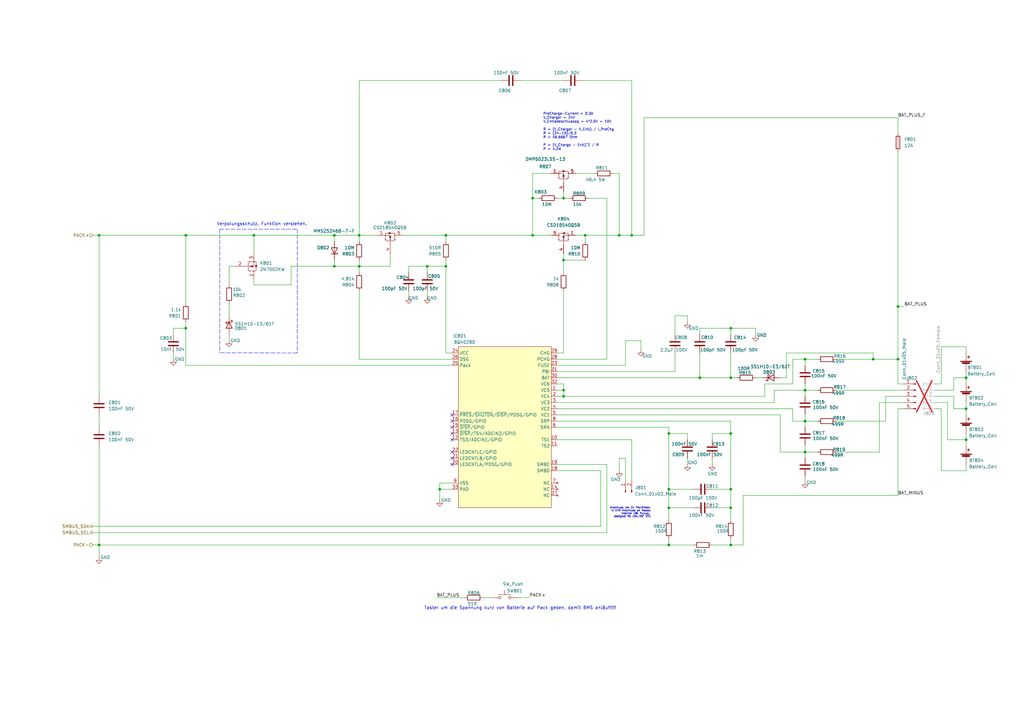
<source format=kicad_sch>
(kicad_sch (version 20250114) (generator "eeschema") (generator_version "9.0")
  (paper "A3")
  (title_block (date "2022-01-24"))
  (lib_symbols
    (symbol "Connector:Conn_01x02_Male" (pin_names (offset 1.016) (hide yes))
      (property "Reference" "J" (at 0 2.54 0))
      (property "Value" "Conn_01x02_Male" (at 0 -5.08 0))
      (symbol "Conn_01x02_Male_1_1"
        (rectangle (start 0.8636 0.127) (end 0 -0.127) (stroke (width 0.1524)) (fill (type outline)))
        (rectangle (start 0.8636 -2.413) (end 0 -2.667) (stroke (width 0.1524)) (fill (type outline)))
        (polyline (pts (xy 1.27 0) (xy 0.8636 0)) (stroke (width 0.1524)))
        (polyline (pts (xy 1.27 -2.54) (xy 0.8636 -2.54)) (stroke (width 0.1524)))
        (pin passive line (at 5.08 0 180) (length 3.81) (name "Pin_1") (number "1"))
        (pin passive line (at 5.08 -2.54 180) (length 3.81) (name "Pin_2") (number "2"))
      )
    )
    (symbol "Connector:Conn_01x05_Female" (pin_names (offset 1.016) (hide yes))
      (property "Reference" "J" (at 0 7.62 0))
      (property "Value" "Conn_01x05_Female" (at 0 -7.62 0))
      (symbol "Conn_01x05_Female_1_1"
        (polyline (pts (xy -1.27 5.08) (xy -0.508 5.08)) (stroke (width 0.1524)))
        (polyline (pts (xy -1.27 2.54) (xy -0.508 2.54)) (stroke (width 0.1524)))
        (polyline (pts (xy -1.27 0) (xy -0.508 0)) (stroke (width 0.1524)))
        (polyline (pts (xy -1.27 -2.54) (xy -0.508 -2.54)) (stroke (width 0.1524)))
        (polyline (pts (xy -1.27 -5.08) (xy -0.508 -5.08)) (stroke (width 0.1524)))
        (arc (start 0 4.572) (mid -0.5058 5.08) (end 0 5.588) (stroke (width 0.1524)))
        (arc (start 0 2.032) (mid -0.5058 2.54) (end 0 3.048) (stroke (width 0.1524)))
        (arc (start 0 -0.508) (mid -0.5058 0) (end 0 0.508) (stroke (width 0.1524)))
        (arc (start 0 -3.048) (mid -0.5058 -2.54) (end 0 -2.032) (stroke (width 0.1524)))
        (arc (start 0 -5.588) (mid -0.5058 -5.08) (end 0 -4.572) (stroke (width 0.1524)))
        (pin passive line (at -5.08 5.08 0) (length 3.81) (name "Pin_1") (number "1"))
        (pin passive line (at -5.08 2.54 0) (length 3.81) (name "Pin_2") (number "2"))
        (pin passive line (at -5.08 0 0) (length 3.81) (name "Pin_3") (number "3"))
        (pin passive line (at -5.08 -2.54 0) (length 3.81) (name "Pin_4") (number "4"))
        (pin passive line (at -5.08 -5.08 0) (length 3.81) (name "Pin_5") (number "5"))
      )
    )
    (symbol "Connector:Conn_01x05_Male" (pin_names (offset 1.016) (hide yes))
      (property "Reference" "J" (at 0 7.62 0))
      (property "Value" "Conn_01x05_Male" (at 0 -7.62 0))
      (symbol "Conn_01x05_Male_1_1"
        (rectangle (start 0.8636 5.207) (end 0 4.953) (stroke (width 0.1524)) (fill (type outline)))
        (rectangle (start 0.8636 2.667) (end 0 2.413) (stroke (width 0.1524)) (fill (type outline)))
        (rectangle (start 0.8636 0.127) (end 0 -0.127) (stroke (width 0.1524)) (fill (type outline)))
        (rectangle (start 0.8636 -2.413) (end 0 -2.667) (stroke (width 0.1524)) (fill (type outline)))
        (rectangle (start 0.8636 -4.953) (end 0 -5.207) (stroke (width 0.1524)) (fill (type outline)))
        (polyline (pts (xy 1.27 5.08) (xy 0.8636 5.08)) (stroke (width 0.1524)))
        (polyline (pts (xy 1.27 2.54) (xy 0.8636 2.54)) (stroke (width 0.1524)))
        (polyline (pts (xy 1.27 0) (xy 0.8636 0)) (stroke (width 0.1524)))
        (polyline (pts (xy 1.27 -2.54) (xy 0.8636 -2.54)) (stroke (width 0.1524)))
        (polyline (pts (xy 1.27 -5.08) (xy 0.8636 -5.08)) (stroke (width 0.1524)))
        (pin passive line (at 5.08 5.08 180) (length 3.81) (name "Pin_1") (number "1"))
        (pin passive line (at 5.08 2.54 180) (length 3.81) (name "Pin_2") (number "2"))
        (pin passive line (at 5.08 0 180) (length 3.81) (name "Pin_3") (number "3"))
        (pin passive line (at 5.08 -2.54 180) (length 3.81) (name "Pin_4") (number "4"))
        (pin passive line (at 5.08 -5.08 180) (length 3.81) (name "Pin_5") (number "5"))
      )
    )
    (symbol "Device:Battery_Cell" (pin_numbers (hide yes)) (pin_names (offset 0) (hide yes))
      (property "Reference" "BT" (at 2.54 2.54 0))
      (property "Value" "Battery_Cell" (at 2.54 0 0))
      (symbol "Battery_Cell_0_1"
        (rectangle (start -2.286 1.778) (end 2.286 1.524) (fill (type outline)))
        (rectangle (start -1.5748 1.1938) (end 1.4732 0.6858) (fill (type outline)))
        (polyline (pts (xy 0 1.778) (xy 0 2.54)))
        (polyline (pts (xy 0 0.762) (xy 0 0)))
        (polyline (pts (xy 0.508 3.429) (xy 1.524 3.429)) (stroke (width 0.254)))
        (polyline (pts (xy 1.016 3.937) (xy 1.016 2.921)) (stroke (width 0.254)))
      )
      (symbol "Battery_Cell_1_1"
        (pin passive line (at 0 5.08 270) (length 2.54) (name "+") (number "1"))
        (pin passive line (at 0 -2.54 90) (length 2.54) (name "-") (number "2"))
      )
    )
    (symbol "Device:C" (pin_numbers (hide yes)) (pin_names (offset 0.254))
      (property "Reference" "C" (at 0.635 2.54 0))
      (property "Value" "C" (at 0.635 -2.54 0))
      (symbol "C_0_1"
        (polyline (pts (xy -2.032 0.762) (xy 2.032 0.762)) (stroke (width 0.508)))
        (polyline (pts (xy -2.032 -0.762) (xy 2.032 -0.762)) (stroke (width 0.508)))
      )
      (symbol "C_1_1"
        (pin passive line (at 0 3.81 270) (length 2.794) (name "~") (number "1"))
        (pin passive line (at 0 -3.81 90) (length 2.794) (name "~") (number "2"))
      )
    )
    (symbol "Device:D_Schottky" (pin_numbers (hide yes)) (pin_names (offset 1.016) (hide yes))
      (property "Reference" "D" (at 0 2.54 0))
      (property "Value" "D_Schottky" (at 0 -2.54 0))
      (symbol "D_Schottky_0_1"
        (polyline (pts (xy -1.905 0.635) (xy -1.905 1.27) (xy -1.27 1.27) (xy -1.27 -1.27) (xy -0.635 -1.27) (xy -0.635 -0.635)) (stroke (width 0.254)))
        (polyline (pts (xy 1.27 1.27) (xy 1.27 -1.27) (xy -1.27 0) (xy 1.27 1.27)) (stroke (width 0.254)))
        (polyline (pts (xy 1.27 0) (xy -1.27 0)))
      )
      (symbol "D_Schottky_1_1"
        (pin passive line (at -3.81 0 0) (length 2.54) (name "K") (number "1"))
        (pin passive line (at 3.81 0 180) (length 2.54) (name "A") (number "2"))
      )
    )
    (symbol "Device:D_Zener" (pin_numbers (hide yes)) (pin_names (offset 1.016) (hide yes))
      (property "Reference" "D" (at 0 2.54 0))
      (property "Value" "D_Zener" (at 0 -2.54 0))
      (symbol "D_Zener_0_1"
        (polyline (pts (xy -1.27 -1.27) (xy -1.27 1.27) (xy -0.762 1.27)) (stroke (width 0.254)))
        (polyline (pts (xy 1.27 0) (xy -1.27 0)))
        (polyline (pts (xy 1.27 -1.27) (xy 1.27 1.27) (xy -1.27 0) (xy 1.27 -1.27)) (stroke (width 0.254)))
      )
      (symbol "D_Zener_1_1"
        (pin passive line (at -3.81 0 0) (length 2.54) (name "K") (number "1"))
        (pin passive line (at 3.81 0 180) (length 2.54) (name "A") (number "2"))
      )
    )
    (symbol "Device:Fuse" (pin_numbers (hide yes)) (pin_names (offset 0))
      (property "Reference" "F" (at 2.032 0 90))
      (property "Value" "Fuse" (at -1.905 0 90))
      (symbol "Fuse_0_1"
        (rectangle (start -0.762 -2.54) (end 0.762 2.54) (stroke (width 0.254)))
        (polyline (pts (xy 0 2.54) (xy 0 -2.54)))
      )
      (symbol "Fuse_1_1"
        (pin passive line (at 0 3.81 270) (length 1.27) (name "~") (number "1"))
        (pin passive line (at 0 -3.81 90) (length 1.27) (name "~") (number "2"))
      )
    )
    (symbol "Device:R" (pin_numbers (hide yes)) (pin_names (offset 0))
      (property "Reference" "R" (at 2.032 0 90))
      (property "Value" "R" (at 0 0 90))
      (symbol "R_0_1"
        (rectangle (start -1.016 -2.54) (end 1.016 2.54) (stroke (width 0.254)))
      )
      (symbol "R_1_1"
        (pin passive line (at 0 3.81 270) (length 1.27) (name "~") (number "1"))
        (pin passive line (at 0 -3.81 90) (length 1.27) (name "~") (number "2"))
      )
    )
    (symbol "HER_Symbole:BQ40Z80"
      (property "Reference" "U?" (at -6.985 -7.62 0))
      (property "Value" "BQ40Z80" (at -6.985 -10.16 0))
      (symbol "BQ40Z80_0_1"
        (rectangle (start -12.7 -12.7) (end 25.4 -78.74) (fill (type background)))
        (rectangle (start 7.62 -25.4) (end 7.62 -25.4))
      )
      (symbol "BQ40Z80_1_1"
        (pin output line (at -15.24 -15.24 0) (length 2.54) (name "CHG") (number "29"))
        (pin output line (at -15.24 -17.78 0) (length 2.54) (name "PCHG") (number "28"))
        (pin output line (at -15.24 -20.32 0) (length 2.54) (name "FUSE") (number "23"))
        (pin power_in line (at -15.24 -22.86 0) (length 2.54) (name "PBI") (number "31"))
        (pin power_in line (at -15.24 -25.4 0) (length 2.54) (name "BAT") (number "30"))
        (pin input line (at -15.24 -27.94 0) (length 2.54) (name "VC6") (number "32"))
        (pin input line (at -15.24 -30.48 0) (length 2.54) (name "VC5") (number "1"))
        (pin input line (at -15.24 -33.02 0) (length 2.54) (name "VC4") (number "2"))
        (pin input line (at -15.24 -35.56 0) (length 2.54) (name "VC3") (number "3"))
        (pin input line (at -15.24 -38.1 0) (length 2.54) (name "VC2") (number "4"))
        (pin input line (at -15.24 -40.64 0) (length 2.54) (name "VC1") (number "5"))
        (pin input line (at -15.24 -43.18 0) (length 2.54) (name "SRP") (number "8"))
        (pin input line (at -15.24 -45.72 0) (length 2.54) (name "SRN") (number "6"))
        (pin bidirectional line (at -15.24 -50.8 0) (length 2.54) (name "TS1") (number "10"))
        (pin input line (at -15.24 -53.34 0) (length 2.54) (name "TS2") (number "11"))
        (pin bidirectional line (at -15.24 -60.96 0) (length 2.54) (name "SMBC") (number "19"))
        (pin bidirectional line (at -15.24 -63.5 0) (length 2.54) (name "SMBD") (number "18"))
        (pin no_connect line (at -15.24 -68.58 0) (length 2.54) (name "NC") (number "7"))
        (pin no_connect line (at -15.24 -71.12 0) (length 2.54) (name "NC") (number "14"))
        (pin no_connect line (at -15.24 -73.66 0) (length 2.54) (name "NC") (number "27"))
        (pin power_in line (at 27.94 -15.24 180) (length 2.54) (name "VCC") (number "24"))
        (pin output line (at 27.94 -17.78 180) (length 2.54) (name "DSG") (number "26"))
        (pin output line (at 27.94 -20.32 180) (length 2.54) (name "Pack") (number "25"))
        (pin bidirectional line (at 27.94 -40.64 180) (length 2.54) (name "~{PRES}/~{SHUTDN}/~{DISP}/PDSG/GPIO") (number "17"))
        (pin bidirectional line (at 27.94 -43.18 180) (length 2.54) (name "PDSG/GPIO") (number "16"))
        (pin bidirectional line (at 27.94 -45.72 180) (length 2.54) (name "~{DISP}/GPIO") (number "15"))
        (pin bidirectional line (at 27.94 -48.26 180) (length 2.54) (name "~{DISP}/TS4/ADCIN2/GPIO") (number "13"))
        (pin bidirectional line (at 27.94 -50.8 180) (length 2.54) (name "TS3/ADCIN1/GPIO") (number "12"))
        (pin output line (at 27.94 -55.88 180) (length 2.54) (name "LEDCNTLC/GPIO") (number "22"))
        (pin output line (at 27.94 -58.42 180) (length 2.54) (name "LEDCNTLB/GPIO") (number "21"))
        (pin output line (at 27.94 -60.96 180) (length 2.54) (name "LEDCNTLA/PDSG/GPIO") (number "20"))
        (pin power_in line (at 27.94 -68.58 180) (length 2.54) (name "VSS") (number "9"))
        (pin passive line (at 27.94 -71.12 180) (length 2.54) (name "PAD") (number "33"))
      )
    )
    (symbol "HER_Symbole:NMOS_FET"
      (property "Reference" "K" (at 5.461 2.159 0))
      (property "Value" "NMOS_FET" (at 8.255 5.334 0))
      (symbol "NMOS_FET_0_1"
        (polyline (pts (xy -3.81 0) (xy -2.286 0)))
        (polyline (pts (xy -2.286 -1.905) (xy -2.286 1.905)))
        (polyline (pts (xy -1.778 2.286) (xy -1.778 1.524)))
        (polyline (pts (xy -1.778 1.905) (xy 0 1.905)))
        (polyline (pts (xy -1.778 0.381) (xy -1.778 -0.381)))
        (polyline (pts (xy -1.778 0) (xy 0 0) (xy 0 2.032)))
        (polyline (pts (xy -1.778 -1.524) (xy -1.778 -2.286)))
        (polyline (pts (xy -1.778 -1.905) (xy 0.254 -1.905) (xy 0.889 -1.905) (xy 0.889 1.905) (xy 0.254 1.905) (xy 0 1.905)))
        (polyline (pts (xy -1.397 0) (xy -0.508 0.381) (xy -0.508 -0.381) (xy -1.397 0)) (fill (type outline)))
        (circle (center 0 1.905) (radius 0.127))
        (circle (center 0 -1.905) (radius 0.127))
        (polyline (pts (xy 0.508 -0.254) (xy 1.27 -0.254)))
        (polyline (pts (xy 0.889 -0.254) (xy 1.27 0.381) (xy 0.508 0.381) (xy 0.889 -0.254)) (fill (type outline)))
      )
      (symbol "NMOS_FET_1_1"
        (pin passive line (at -7.62 0 0) (length 3.81) (name "") (number "2"))
        (pin passive line (at 0 5.08 270) (length 3.048) (name "") (number "3"))
        (pin passive line (at 0 -5.08 90) (length 3.048) (name "") (number "1"))
      )
    )
    (symbol "HER_Symbole:NMOS_FET_8-Pin+EP"
      (property "Reference" "K" (at 0.127 4.318 0))
      (property "Value" "NMOS_FET_8-Pin+EP" (at -3.81 7.366 0))
      (symbol "NMOS_FET_8-Pin+EP_0_1"
        (polyline (pts (xy 3.81 0) (xy 5.334 0)))
        (polyline (pts (xy 5.334 -1.905) (xy 5.334 1.905)))
        (polyline (pts (xy 5.842 2.286) (xy 5.842 1.524)))
        (polyline (pts (xy 5.842 1.905) (xy 7.62 1.905)))
        (polyline (pts (xy 5.842 0.381) (xy 5.842 -0.381)))
        (polyline (pts (xy 5.842 0) (xy 7.62 0) (xy 7.62 2.032)))
        (polyline (pts (xy 5.842 -1.524) (xy 5.842 -2.286)))
        (polyline (pts (xy 5.842 -1.905) (xy 7.874 -1.905) (xy 8.509 -1.905) (xy 8.509 1.905) (xy 7.874 1.905) (xy 7.62 1.905)))
        (polyline (pts (xy 6.35 0) (xy 7.239 0.381) (xy 7.239 -0.381) (xy 6.35 0)) (fill (type outline)))
        (circle (center 7.62 1.905) (radius 0.127))
        (circle (center 7.62 -1.905) (radius 0.127))
        (polyline (pts (xy 8.128 -0.127) (xy 8.89 -0.127)))
        (polyline (pts (xy 8.509 -0.127) (xy 8.128 0.508) (xy 8.89 0.508) (xy 8.509 -0.127)) (fill (type outline)))
      )
      (symbol "NMOS_FET_8-Pin+EP_1_1"
        (pin passive line (at 0 0 0) (length 3.81) (name "") (number "4"))
        (pin passive line (at 7.62 5.08 270) (length 3.048) (name "") (number "1"))
        (pin passive line (at 7.62 5.08 270) (length 3.048) (hide yes) (name "") (number "2"))
        (pin passive line (at 7.62 5.08 270) (length 3.048) (hide yes) (name "") (number "3"))
        (pin passive line (at 7.62 -5.08 90) (length 3.048) (name "") (number "5"))
        (pin passive line (at 7.62 -5.08 90) (length 3.048) (hide yes) (name "") (number "6"))
        (pin passive line (at 7.62 -5.08 90) (length 3.048) (hide yes) (name "") (number "7"))
        (pin passive line (at 7.62 -5.08 90) (length 3.048) (hide yes) (name "") (number "8"))
        (pin passive line (at 7.62 -5.08 90) (length 3.048) (hide yes) (name "") (number "9"))
      )
    )
    (symbol "HER_Symbole:PMOS_FET_SOIC-8"
      (property "Reference" "K" (at 0.127 4.318 0))
      (property "Value" "PMOS_FET_SOIC-8" (at -3.81 7.366 0))
      (symbol "PMOS_FET_SOIC-8_0_1"
        (polyline (pts (xy 3.81 0) (xy 5.334 0)))
        (polyline (pts (xy 5.334 -1.905) (xy 5.334 1.905)))
        (polyline (pts (xy 5.842 2.286) (xy 5.842 1.524)))
        (polyline (pts (xy 5.842 1.905) (xy 7.62 1.905)))
        (polyline (pts (xy 5.842 0.381) (xy 5.842 -0.381)))
        (polyline (pts (xy 5.842 0) (xy 7.62 0) (xy 7.62 2.032)))
        (polyline (pts (xy 5.842 -1.524) (xy 5.842 -2.286)))
        (polyline (pts (xy 5.842 -1.905) (xy 7.874 -1.905) (xy 8.509 -1.905) (xy 8.509 1.905) (xy 7.874 1.905) (xy 7.62 1.905)))
        (polyline (pts (xy 7.239 0) (xy 6.35 -0.381) (xy 6.35 0.381) (xy 7.239 0)) (fill (type outline)))
        (circle (center 7.62 1.905) (radius 0.127))
        (circle (center 7.62 -1.905) (radius 0.127))
        (polyline (pts (xy 8.128 0.381) (xy 8.89 0.381)))
        (polyline (pts (xy 8.509 0.381) (xy 8.128 -0.254) (xy 8.89 -0.254) (xy 8.509 0.381)) (fill (type outline)))
      )
      (symbol "PMOS_FET_SOIC-8_1_1"
        (pin passive line (at 0 0 0) (length 3.81) (name "") (number "4"))
        (pin passive line (at 7.62 5.08 270) (length 3.048) (name "") (number "1"))
        (pin passive line (at 7.62 5.08 270) (length 3.048) (hide yes) (name "") (number "2"))
        (pin passive line (at 7.62 5.08 270) (length 3.048) (hide yes) (name "") (number "3"))
        (pin passive line (at 7.62 -5.08 90) (length 3.048) (name "") (number "5"))
        (pin passive line (at 7.62 -5.08 90) (length 3.048) (hide yes) (name "") (number "6"))
        (pin passive line (at 7.62 -5.08 90) (length 3.048) (hide yes) (name "") (number "7"))
        (pin passive line (at 7.62 -5.08 90) (length 3.048) (hide yes) (name "") (number "8"))
      )
    )
    (symbol "Switch:SW_Push" (pin_numbers (hide yes)) (pin_names (offset 1.016) (hide yes))
      (property "Reference" "SW" (at 1.27 2.54 0))
      (property "Value" "SW_Push" (at 0 -1.524 0))
      (symbol "SW_Push_0_1"
        (circle (center -2.032 0) (radius 0.508))
        (polyline (pts (xy 0 1.27) (xy 0 3.048)))
        (circle (center 2.032 0) (radius 0.508))
        (polyline (pts (xy 2.54 1.27) (xy -2.54 1.27)))
        (pin passive line (at -5.08 0 0) (length 2.54) (name "1") (number "1"))
        (pin passive line (at 5.08 0 180) (length 2.54) (name "2") (number "2"))
      )
    )
    (symbol "power:GND" (power) (pin_names (offset 0))
      (property "Value" "GND" (at 0 -3.81 0))
      (symbol "GND_0_1"
        (polyline (pts (xy 0 0) (xy 0 -1.27) (xy 1.27 -1.27) (xy 0 -2.54) (xy -1.27 -1.27) (xy 0 -1.27)))
      )
      (symbol "GND_1_1"
        (pin power_in line (at 0 0 270) (length 0) (hide yes) (name "GND") (number "1"))
      )
    )
  )
  (text "PreCharge-Current = 0,3A\nV_Charger = 24V\nV_Entladeschlusspg = 4*2,5V = 10V\n\nR = (V_Charger - V_Entl) / I_PreChg\nR = (24-10)/0,3\nR = 46,6667 Ohm\n\nP = (V_Charge - Entl)^2 / R\nP = 4,2W" (at 222.758 61.849 0) (effects (font (size 1 1)) (justify left bottom)))
  (text "Verpolungsschutz. Funktion verstehen." (at 88.9 92.71 0) (effects (font (size 1.27 1.27)) (justify left bottom)))
  (text "Anschluss von 2x Thermistor.\nIn EVM Anschluss an Masse.\nInterner 18k Pullup. \nGeeignet für 10k/25° NTC" (at 267.0175 212.4075 0) (effects (font (size 0.75 0.75)) (justify right bottom)))
  (text "Taster um die Spannung kurz von Batterie auf Pack geben, damit BMS anläuft!!!" (at 173.99 250.19 0) (effects (font (size 1.27 1.27)) (justify left bottom)))
  (junction (at 231.14 81.28))
  (junction (at 274.32 208.28))
  (junction (at 330.2 185.42))
  (junction (at 104.14 96.52))
  (junction (at 299.72 154.94))
  (junction (at 240.03 96.52))
  (junction (at 396.24 167.64))
  (junction (at 76.2 134.62))
  (junction (at 274.32 223.52))
  (junction (at 182.88 109.22))
  (junction (at 254 96.52))
  (junction (at 358.14 147.32))
  (junction (at 299.72 208.28))
  (junction (at 40.64 223.52))
  (junction (at 175.26 109.22))
  (junction (at 76.2 96.52))
  (junction (at 330.2 147.32))
  (junction (at 218.44 96.52))
  (junction (at 368.3 125.73))
  (junction (at 147.32 109.22))
  (junction (at 396.24 154.94))
  (junction (at 40.64 96.52))
  (junction (at 231.14 162.56))
  (junction (at 287.02 154.94))
  (junction (at 147.32 96.52))
  (junction (at 137.16 109.22))
  (junction (at 299.72 200.66))
  (junction (at 330.2 160.02))
  (junction (at 299.72 223.52))
  (junction (at 274.32 177.8))
  (junction (at 259.08 96.52))
  (junction (at 137.16 96.52))
  (junction (at 299.72 177.8))
  (junction (at 330.2 172.72))
  (junction (at 218.44 81.28))
  (junction (at 180.34 200.66))
  (junction (at 231.14 160.02))
  (junction (at 274.32 200.66))
  (junction (at 368.3 147.32))
  (junction (at 182.88 96.52))
  (junction (at 299.72 134.62))
  (junction (at 396.24 180.34))
  (junction (at 231.14 106.68))
  (no_connect (at 185.42 170.18))
  (no_connect (at 185.42 180.34))
  (no_connect (at 185.42 177.8))
  (no_connect (at 185.42 175.26))
  (no_connect (at 185.42 172.72))
  (no_connect (at 185.42 190.5))
  (no_connect (at 185.42 187.96))
  (no_connect (at 185.42 185.42))
  (wire (pts (xy 335.28 172.72) (xy 330.2 172.72)))
  (wire (pts (xy 330.2 160.02) (xy 330.2 162.306)))
  (wire (pts (xy 231.14 157.48) (xy 231.14 160.02)))
  (wire (pts (xy 40.64 170.18) (xy 40.64 175.26)))
  (wire (pts (xy 335.28 160.02) (xy 330.2 160.02)))
  (wire (pts (xy 119.38 109.22) (xy 137.16 109.22)))
  (wire (pts (xy 147.32 147.32) (xy 185.42 147.32)))
  (wire (pts (xy 104.14 96.52) (xy 137.16 96.52)))
  (wire (pts (xy 287.02 134.62) (xy 287.02 137.16)))
  (wire (pts (xy 299.72 220.98) (xy 299.72 223.52)))
  (wire (pts (xy 383.54 160.02) (xy 391.16 160.02)))
  (wire (pts (xy 281.94 187.96) (xy 281.94 190.5)))
  (wire (pts (xy 274.32 208.28) (xy 274.32 200.66)))
  (wire (pts (xy 299.72 172.72) (xy 299.72 177.8)))
  (wire (pts (xy 368.3 48.26) (xy 368.3 54.61)))
  (wire (pts (xy 231.14 81.28) (xy 233.68 81.28)))
  (wire (pts (xy 396.24 144.78) (xy 396.24 142.24)))
  (wire (pts (xy 370.586 162.56) (xy 363.22 162.56)))
  (wire (pts (xy 93.98 137.16) (xy 93.98 139.7)))
  (wire (pts (xy 231.14 119.38) (xy 231.14 144.78)))
  (wire (pts (xy 218.44 71.12) (xy 218.44 81.28)))
  (wire (pts (xy 185.42 144.78) (xy 182.88 144.78)))
  (wire (pts (xy 256.54 187.96) (xy 254 187.96)))
  (wire (pts (xy 240.03 96.52) (xy 240.03 99.06)))
  (polyline (pts (xy 90.17 93.98) (xy 121.92 93.98)) (stroke (width 0) (type dash)))
  (wire (pts (xy 96.52 109.22) (xy 93.98 109.22)))
  (wire (pts (xy 330.2 160.02) (xy 317.5 160.02)))
  (wire (pts (xy 368.3 125.73) (xy 368.3 147.32)))
  (wire (pts (xy 179.07 245.11) (xy 190.5 245.11)))
  (wire (pts (xy 386.08 193.04) (xy 396.24 193.04)))
  (wire (pts (xy 231.14 162.56) (xy 313.69 162.56)))
  (wire (pts (xy 119.38 116.84) (xy 119.38 109.22)))
  (wire (pts (xy 93.98 109.22) (xy 93.98 116.84)))
  (wire (pts (xy 218.44 96.52) (xy 226.06 96.52)))
  (wire (pts (xy 370.586 167.64) (xy 368.3 167.64)))
  (wire (pts (xy 284.48 208.28) (xy 274.32 208.28)))
  (wire (pts (xy 212.09 245.11) (xy 217.17 245.11)))
  (wire (pts (xy 330.2 169.926) (xy 330.2 172.72)))
  (wire (pts (xy 254 187.96) (xy 254 193.04)))
  (wire (pts (xy 309.88 134.62) (xy 309.88 137.4775)))
  (wire (pts (xy 231.14 104.14) (xy 231.14 106.68)))
  (wire (pts (xy 180.34 200.66) (xy 185.42 200.66)))
  (wire (pts (xy 304.8 223.52) (xy 304.8 203.2)))
  (wire (pts (xy 147.32 119.38) (xy 147.32 147.32)))
  (wire (pts (xy 368.3 62.23) (xy 368.3 125.73)))
  (polyline (pts (xy 121.92 119.126) (xy 121.92 144.78)) (stroke (width 0) (type dash)))
  (wire (pts (xy 322.58 144.78) (xy 322.58 154.94)))
  (wire (pts (xy 386.08 167.64) (xy 386.08 193.04)))
  (wire (pts (xy 342.9 147.32) (xy 358.14 147.32)))
  (wire (pts (xy 299.72 177.8) (xy 292.1 177.8)))
  (wire (pts (xy 370.84 125.73) (xy 368.3 125.73)))
  (wire (pts (xy 388.62 180.34) (xy 396.24 180.34)))
  (wire (pts (xy 71.12 134.62) (xy 71.12 137.16)))
  (wire (pts (xy 104.14 96.52) (xy 104.14 104.14)))
  (wire (pts (xy 299.72 208.28) (xy 292.1 208.28)))
  (wire (pts (xy 40.64 96.52) (xy 76.2 96.52)))
  (wire (pts (xy 325.12 147.32) (xy 325.12 157.48)))
  (wire (pts (xy 330.2 149.86) (xy 330.2 147.32)))
  (wire (pts (xy 330.2 195.326) (xy 330.2 197.612)))
  (wire (pts (xy 335.28 185.42) (xy 330.2 185.42)))
  (wire (pts (xy 228.6 81.28) (xy 231.14 81.28)))
  (wire (pts (xy 231.14 160.02) (xy 231.14 162.56)))
  (wire (pts (xy 256.54 139.7) (xy 262.89 139.7)))
  (wire (pts (xy 299.72 223.52) (xy 304.8 223.52)))
  (wire (pts (xy 330.2 182.626) (xy 330.2 185.42)))
  (wire (pts (xy 228.6 144.78) (xy 231.14 144.78)))
  (wire (pts (xy 160.02 109.22) (xy 160.02 104.14)))
  (wire (pts (xy 281.94 177.8) (xy 281.94 180.34)))
  (wire (pts (xy 299.72 144.78) (xy 299.72 154.94)))
  (wire (pts (xy 254 96.52) (xy 259.08 96.52)))
  (wire (pts (xy 342.9 160.02) (xy 370.586 160.02)))
  (wire (pts (xy 299.72 134.62) (xy 287.02 134.62)))
  (wire (pts (xy 254 71.12) (xy 254 96.52)))
  (wire (pts (xy 342.9 172.72) (xy 363.22 172.72)))
  (wire (pts (xy 228.6 172.72) (xy 299.72 172.72)))
  (wire (pts (xy 360.68 165.1) (xy 360.68 185.42)))
  (wire (pts (xy 147.32 96.52) (xy 147.32 33.02)))
  (wire (pts (xy 299.72 177.8) (xy 299.72 200.66)))
  (wire (pts (xy 137.16 96.52) (xy 147.32 96.52)))
  (wire (pts (xy 330.2 185.42) (xy 330.2 187.706)))
  (wire (pts (xy 147.32 96.52) (xy 147.32 99.06)))
  (wire (pts (xy 386.08 142.24) (xy 386.08 157.48)))
  (wire (pts (xy 325.12 167.64) (xy 325.12 172.72)))
  (wire (pts (xy 322.58 144.78) (xy 358.14 144.78)))
  (wire (pts (xy 358.14 147.32) (xy 358.14 144.78)))
  (wire (pts (xy 175.26 119.38) (xy 175.26 121.92)))
  (wire (pts (xy 383.54 162.56) (xy 391.16 162.56)))
  (wire (pts (xy 137.16 96.52) (xy 137.16 99.06)))
  (wire (pts (xy 330.2 185.42) (xy 320.04 185.42)))
  (wire (pts (xy 40.64 96.52) (xy 40.64 162.56)))
  (wire (pts (xy 299.72 134.62) (xy 309.88 134.62)))
  (wire (pts (xy 182.88 99.06) (xy 182.88 96.52)))
  (wire (pts (xy 228.6 152.4) (xy 276.86 152.4)))
  (wire (pts (xy 167.64 109.22) (xy 167.64 111.76)))
  (wire (pts (xy 240.03 96.52) (xy 254 96.52)))
  (wire (pts (xy 274.32 200.66) (xy 274.32 177.8)))
  (wire (pts (xy 391.16 154.94) (xy 396.24 154.94)))
  (wire (pts (xy 284.48 223.52) (xy 274.32 223.52)))
  (wire (pts (xy 76.2 96.52) (xy 104.14 96.52)))
  (wire (pts (xy 228.6 154.94) (xy 287.02 154.94)))
  (wire (pts (xy 396.24 180.34) (xy 396.24 182.88)))
  (wire (pts (xy 104.14 116.84) (xy 119.38 116.84)))
  (wire (pts (xy 299.72 200.66) (xy 299.72 208.28)))
  (wire (pts (xy 226.06 71.12) (xy 218.44 71.12)))
  (wire (pts (xy 396.24 154.94) (xy 396.24 157.226)))
  (polyline (pts (xy 121.92 119.38) (xy 121.92 119.126)) (stroke (width 0) (type dash)))
  (wire (pts (xy 383.54 157.48) (xy 386.08 157.48)))
  (wire (pts (xy 256.54 187.96) (xy 256.54 196.85)))
  (wire (pts (xy 147.32 96.52) (xy 154.94 96.52)))
  (wire (pts (xy 185.42 149.86) (xy 76.2 149.86)))
  (wire (pts (xy 228.6 162.56) (xy 231.14 162.56)))
  (wire (pts (xy 40.64 223.52) (xy 274.32 223.52)))
  (wire (pts (xy 38.1 223.4565) (xy 40.64 223.52)))
  (wire (pts (xy 368.3 147.32) (xy 368.3 157.48)))
  (wire (pts (xy 396.24 142.24) (xy 386.08 142.24)))
  (wire (pts (xy 330.2 147.32) (xy 325.12 147.32)))
  (wire (pts (xy 38.1 215.9) (xy 246.38 215.9)))
  (wire (pts (xy 228.6 167.64) (xy 325.12 167.64)))
  (wire (pts (xy 320.04 154.94) (xy 322.58 154.94)))
  (wire (pts (xy 246.38 193.04) (xy 228.6 193.04)))
  (wire (pts (xy 274.32 177.8) (xy 281.94 177.8)))
  (wire (pts (xy 330.2 157.48) (xy 330.2 160.02)))
  (wire (pts (xy 236.22 71.12) (xy 243.84 71.12)))
  (wire (pts (xy 147.32 33.02) (xy 205.74 33.02)))
  (wire (pts (xy 309.88 154.94) (xy 312.42 154.94)))
  (wire (pts (xy 388.62 165.1) (xy 388.62 180.34)))
  (wire (pts (xy 147.32 106.68) (xy 147.32 109.22)))
  (wire (pts (xy 396.24 164.846) (xy 396.24 167.64)))
  (wire (pts (xy 383.54 167.64) (xy 386.08 167.64)))
  (wire (pts (xy 248.92 81.28) (xy 248.92 147.32)))
  (wire (pts (xy 76.2 124.46) (xy 76.2 96.52)))
  (wire (pts (xy 76.2 132.08) (xy 76.2 134.62)))
  (wire (pts (xy 274.32 175.26) (xy 274.32 177.8)))
  (wire (pts (xy 236.22 96.52) (xy 240.03 96.52)))
  (wire (pts (xy 104.14 114.3) (xy 104.14 116.84)))
  (wire (pts (xy 396.24 167.64) (xy 396.24 170.18)))
  (wire (pts (xy 292.1 187.96) (xy 292.1 190.5)))
  (wire (pts (xy 76.2 134.62) (xy 76.2 149.86)))
  (wire (pts (xy 360.68 165.1) (xy 370.586 165.1)))
  (wire (pts (xy 383.54 165.1) (xy 388.62 165.1)))
  (wire (pts (xy 167.64 119.38) (xy 167.64 121.92)))
  (wire (pts (xy 231.14 78.74) (xy 231.14 81.28)))
  (wire (pts (xy 165.1 96.52) (xy 182.88 96.52)))
  (wire (pts (xy 93.98 124.46) (xy 93.98 129.54)))
  (wire (pts (xy 38.1 218.44) (xy 248.92 218.44)))
  (wire (pts (xy 259.08 96.52) (xy 264.16 96.52)))
  (polyline (pts (xy 121.92 144.78) (xy 90.17 144.7165)) (stroke (width 0) (type dash)))
  (wire (pts (xy 274.32 208.28) (xy 274.32 213.36)))
  (wire (pts (xy 368.3 157.48) (xy 370.586 157.48)))
  (wire (pts (xy 396.24 177.8) (xy 396.24 180.34)))
  (wire (pts (xy 302.26 154.94) (xy 299.72 154.94)))
  (wire (pts (xy 313.69 157.48) (xy 325.12 157.48)))
  (wire (pts (xy 213.36 33.02) (xy 231.14 33.02)))
  (wire (pts (xy 38.1 96.52) (xy 40.64 96.52)))
  (wire (pts (xy 325.12 172.72) (xy 330.2 172.72)))
  (wire (pts (xy 182.88 106.68) (xy 182.88 109.22)))
  (wire (pts (xy 228.6 157.48) (xy 231.14 157.48)))
  (wire (pts (xy 276.86 129.54) (xy 276.86 137.16)))
  (wire (pts (xy 330.2 172.72) (xy 330.2 175.006)))
  (wire (pts (xy 274.32 200.66) (xy 284.48 200.66)))
  (wire (pts (xy 71.12 134.62) (xy 76.2 134.62)))
  (wire (pts (xy 262.89 139.7) (xy 262.89 143.51)))
  (wire (pts (xy 368.3 167.64) (xy 368.3 203.2)))
  (wire (pts (xy 246.38 215.9) (xy 246.38 193.04)))
  (wire (pts (xy 335.28 147.32) (xy 330.2 147.32)))
  (wire (pts (xy 264.16 48.26) (xy 368.3 48.26)))
  (wire (pts (xy 228.6 160.02) (xy 231.14 160.02)))
  (wire (pts (xy 228.6 180.34) (xy 259.08 180.34)))
  (polyline (pts (xy 90.17 93.98) (xy 90.17 144.7165)) (stroke (width 0) (type dash)))
  (wire (pts (xy 287.02 154.94) (xy 299.72 154.94)))
  (wire (pts (xy 231.14 106.68) (xy 240.03 106.68)))
  (wire (pts (xy 317.5 165.1) (xy 317.5 160.02)))
  (wire (pts (xy 218.44 81.28) (xy 220.98 81.28)))
  (wire (pts (xy 256.54 149.86) (xy 256.54 139.7)))
  (wire (pts (xy 358.14 147.32) (xy 368.3 147.32)))
  (wire (pts (xy 276.86 129.54) (xy 281.94 129.54)))
  (wire (pts (xy 228.6 175.26) (xy 274.32 175.26)))
  (wire (pts (xy 228.6 170.18) (xy 320.04 170.18)))
  (wire (pts (xy 299.72 223.52) (xy 292.1 223.52)))
  (wire (pts (xy 175.26 109.22) (xy 182.88 109.22)))
  (wire (pts (xy 137.16 106.68) (xy 137.16 109.22)))
  (wire (pts (xy 198.12 245.11) (xy 201.93 245.11)))
  (wire (pts (xy 228.6 147.32) (xy 248.92 147.32)))
  (wire (pts (xy 391.16 167.64) (xy 396.24 167.64)))
  (wire (pts (xy 259.08 33.02) (xy 259.08 96.52)))
  (wire (pts (xy 137.16 109.22) (xy 147.32 109.22)))
  (wire (pts (xy 292.1 177.8) (xy 292.1 180.34)))
  (wire (pts (xy 182.88 96.52) (xy 218.44 96.52)))
  (wire (pts (xy 228.6 149.86) (xy 256.54 149.86)))
  (wire (pts (xy 182.88 109.22) (xy 182.88 144.78)))
  (wire (pts (xy 342.9 185.42) (xy 360.68 185.42)))
  (wire (pts (xy 363.22 162.56) (xy 363.22 172.72)))
  (wire (pts (xy 391.16 162.56) (xy 391.16 167.64)))
  (wire (pts (xy 175.26 109.22) (xy 175.26 111.76)))
  (wire (pts (xy 264.16 48.26) (xy 264.16 96.52)))
  (wire (pts (xy 147.32 109.22) (xy 147.32 111.76)))
  (wire (pts (xy 40.64 223.52) (xy 40.64 228.6)))
  (polyline (pts (xy 121.92 93.98) (xy 121.92 119.38)) (stroke (width 0) (type dash)))
  (wire (pts (xy 147.32 109.22) (xy 160.02 109.22)))
  (wire (pts (xy 228.6 190.5) (xy 248.92 190.5)))
  (wire (pts (xy 251.46 71.12) (xy 254 71.12)))
  (wire (pts (xy 299.72 208.28) (xy 299.72 213.36)))
  (wire (pts (xy 276.86 144.78) (xy 276.86 152.4)))
  (wire (pts (xy 299.72 134.62) (xy 299.72 137.16)))
  (wire (pts (xy 292.1 200.66) (xy 299.72 200.66)))
  (wire (pts (xy 238.76 33.02) (xy 259.08 33.02)))
  (wire (pts (xy 71.12 144.78) (xy 71.12 147.32)))
  (wire (pts (xy 231.14 106.68) (xy 231.14 111.76)))
  (wire (pts (xy 241.3 81.28) (xy 248.92 81.28)))
  (wire (pts (xy 391.16 160.02) (xy 391.16 154.94)))
  (wire (pts (xy 180.34 200.66) (xy 180.34 205.105)))
  (wire (pts (xy 218.44 81.28) (xy 218.44 96.52)))
  (wire (pts (xy 259.08 180.34) (xy 259.08 196.85)))
  (wire (pts (xy 167.64 109.22) (xy 175.26 109.22)))
  (wire (pts (xy 287.02 144.78) (xy 287.02 154.94)))
  (wire (pts (xy 304.8 203.2) (xy 368.3 203.2)))
  (wire (pts (xy 320.04 185.42) (xy 320.04 170.18)))
  (wire (pts (xy 313.69 162.56) (xy 313.69 157.48)))
  (wire (pts (xy 274.32 223.52) (xy 274.32 220.98)))
  (wire (pts (xy 185.42 198.12) (xy 180.34 198.12)))
  (wire (pts (xy 396.24 193.04) (xy 396.24 190.5)))
  (wire (pts (xy 180.34 198.12) (xy 180.34 200.66)))
  (wire (pts (xy 228.6 165.1) (xy 317.5 165.1)))
  (wire (pts (xy 281.94 129.54) (xy 281.94 132.08)))
  (wire (pts (xy 248.92 190.5) (xy 248.92 218.44)))
  (wire (pts (xy 40.64 182.88) (xy 40.64 223.52)))
  (wire (pts (xy 396.24 152.4) (xy 396.24 154.94)))
  (label "BAT_PLUS" (at 370.84 125.73 0))
  (label "BAT_MINUS" (at 368.3 203.2 0))
  (label "PACK+" (at 217.17 245.11 0))
  (label "BAT_PLUS_F" (at 368.3 48.26 0))
  (label "BAT_PLUS" (at 179.07 245.11 0))
  (hierarchical_label "PACK+" (shape input) (at 38.1 96.52 180))
  (hierarchical_label "SMBUS_SDA" (shape bidirectional) (at 38.1 215.9 180))
  (hierarchical_label "PACK-" (shape input) (at 38.1 223.4565 180))
  (hierarchical_label "SMBUS_SCL" (shape bidirectional) (at 38.1 218.44 180))
  (symbol (lib_id "power:GND") (at 281.94 132.08 0) (unit 1)
    (property "Reference" "#PWR0808" (effects (hide yes)))
    (property "Value" "GND" (at 284.48 134.62 0))
  )
  (symbol (lib_id "Device:C") (at 330.2 191.516 0) (mirror y) (unit 1)
    (property "Reference" "C818" (at 338.328 190.246 0) (effects (justify left)))
    (property "Value" "100nF 50V" (at 343.916 192.532 0) (effects (justify left)))
    (property "Footprint" "Capacitor_SMD:C_0603_1608Metric" (effects (hide yes)))
    (property "eurocircuits_MPN" "885012206095" (effects (hide yes)))
  )
  (symbol (lib_id "Device:R") (at 147.32 102.87 180) (unit 1)
    (property "Reference" "R803" (at 145.415 104.1401 0) (effects (justify left)))
    (property "Value" "10M" (at 145.415 101.6001 0) (effects (justify left)))
    (property "Footprint" "Resistor_SMD:R_0603_1608Metric" (effects (hide yes)))
    (property "eurocircuits_MPN" "RC0603FR-0710ML" (effects (hide yes)))
  )
  (symbol (lib_id "Device:D_Zener") (at 137.16 102.87 270) (mirror x) (unit 1)
    (property "Reference" "D802" (at 135.128 101.5999 90) (effects (justify right)))
    (property "Value" "MMSZ5246B-7-F" (at 145.542 94.742 90) (effects (justify right)))
    (property "Footprint" "Diode_SMD:D_SOD-123" (effects (hide yes)))
    (property "eurocircuits_MPN" "MMSZ5246B-7-F" (effects (hide yes)))
  )
  (symbol (lib_id "HER_Symbole:BQ40Z80") (at 213.36 129.54 0) (mirror y) (unit 1)
    (property "Reference" "IC801" (at 188.468 137.795 0))
    (property "Value" "BQ40Z80" (at 190.5 140.335 0))
    (property "Footprint" "Texas:RSM32 VQFN-32-1EP_4x4mm_P0.4mm_EP1.4x1.4mm_ThermalVias" (effects (hide yes)))
    (property "eurocircuits_MPN" "BQ40Z80RSMT" (effects (hide yes)))
  )
  (symbol (lib_id "power:GND") (at 292.1 190.5 0) (mirror y) (unit 1)
    (property "Reference" "#PWR0810" (effects (hide yes)))
    (property "Value" "GND" (at 292.227 194.31 0))
  )
  (symbol (lib_id "Device:R") (at 224.79 81.28 270) (unit 1)
    (property "Reference" "R807" (at 221.107 68.326 90) (effects (justify left)))
    (property "Value" "10M" (at 222.25 83.82 90) (effects (justify left)))
    (property "Footprint" "Resistor_SMD:R_0603_1608Metric" (effects (hide yes)))
    (property "eurocircuits_MPN" "RC0603FR-0710ML" (effects (hide yes)))
  )
  (symbol (lib_id "Device:C") (at 276.86 140.97 0) (mirror x) (unit 1)
    (property "Reference" "C808" (at 279.4 138.43 0))
    (property "Value" "2,2µF 100V" (at 276.352 143.51 0))
    (property "Footprint" "Capacitor_SMD:C_1812_4532Metric" (effects (hide yes)))
    (property "eurocircuits_MPN" "C1812C225K1RACTU" (effects (hide yes)))
  )
  (symbol (lib_id "Connector:Conn_01x02_Male") (at 256.54 201.93 90) (unit 1)
    (property "Reference" "J801" (at 260.35 200.0249 90) (effects (justify right)))
    (property "Value" "Conn_01x02_Male" (at 260.35 202.5649 90) (effects (justify right)))
    (property "Footprint" "Connector_Molex:Molex_PicoBlade_53047-0210_1x02_P1.25mm_Vertical" (effects (hide yes)))
    (property "eurocircuits_MPN" "53047-0210" (effects (hide yes)))
  )
  (symbol (lib_id "Device:C") (at 330.2 153.67 0) (mirror y) (unit 1)
    (property "Reference" "C815" (at 338.328 152.146 0) (effects (justify left)))
    (property "Value" "100nF 50V" (at 343.154 154.178 0) (effects (justify left)))
    (property "Footprint" "Capacitor_SMD:C_0603_1608Metric" (effects (hide yes)))
    (property "eurocircuits_MPN" "885012206095" (effects (hide yes)))
  )
  (symbol (lib_id "power:GND") (at 93.98 139.7 0) (mirror y) (unit 1)
    (property "Reference" "#PWR0803" (effects (hide yes)))
    (property "Value" "GND" (at 96.52 139.7 0))
  )
  (symbol (lib_id "Device:Battery_Cell") (at 396.24 149.86 0) (unit 1)
    (property "Reference" "BT801" (at 396.748 150.749 0) (effects (justify left)))
    (property "Value" "Battery_Cell" (at 396.748 153.289 0) (effects (justify left)))
  )
  (symbol (lib_id "Device:C") (at 40.64 179.07 0) (unit 1)
    (property "Reference" "C802" (at 44.45 177.7999 0) (effects (justify left)))
    (property "Value" "100nF 50V" (at 44.45 180.3399 0) (effects (justify left)))
    (property "Footprint" "Capacitor_SMD:C_0603_1608Metric" (effects (hide yes)))
    (property "eurocircuits_MPN" "885012206095" (effects (hide yes)))
  )
  (symbol (lib_id "HER_Symbole:NMOS_FET_8-Pin+EP") (at 160.02 104.14 90) (unit 1)
    (property "Reference" "K802" (at 160.02 91.44 90))
    (property "Value" "CSD18540Q5B" (at 159.893 93.345 90))
    (property "Footprint" "HER_Footprints:TI Q5B-Package" (effects (hide yes)))
    (property "Datasheet" "http://www.ti.com/lit/gpn/csd18540q5b" (effects (hide yes)))
    (property "eurocircuits_MPN" "CSD18540Q5B" (effects (hide yes)))
  )
  (symbol (lib_id "Device:R") (at 194.31 245.11 270) (unit 1)
    (property "Reference" "R806" (at 191.77 243.205 90) (effects (justify left)))
    (property "Value" "51R" (at 191.77 247.65 90) (effects (justify left)))
    (property "Footprint" "Resistor_SMD:R_0603_1608Metric" (effects (hide yes)))
    (property "eurocircuits_MPN" "GPR060351R" (effects (hide yes)))
  )
  (symbol (lib_id "Device:R") (at 182.88 102.87 180) (unit 1)
    (property "Reference" "R805" (at 180.975 104.1401 0) (effects (justify left)))
    (property "Value" "510R" (at 180.975 101.6001 0) (effects (justify left)))
    (property "Footprint" "Resistor_SMD:R_0603_1608Metric" (effects (hide yes)))
    (property "eurocircuits_MPN" "RC0603FR-07510RL" (effects (hide yes)))
  )
  (symbol (lib_id "HER_Symbole:PMOS_FET_SOIC-8") (at 231.14 78.74 90) (unit 1)
    (property "Reference" "K803" (at 221.742 78.74 90))
    (property "Value" "DMP6023LSS-13" (at 223.647 65.278 90))
    (property "Footprint" "Package_SO:SOIC-8_3.9x4.9mm_P1.27mm" (effects (hide yes)))
    (property "Datasheet" "http://www.onsemi.com/pub/Collateral/FDS2734-D.pdf" (effects (hide yes)))
    (property "eurocircuits_MPN" "DMP6023LSS-13" (effects (hide yes)))
  )
  (symbol (lib_id "Device:R") (at 339.09 172.72 270) (mirror x) (unit 1)
    (property "Reference" "R818" (at 344.17 171.45 90))
    (property "Value" "499R" (at 343.662 173.99 90))
    (property "Footprint" "Resistor_SMD:R_0603_1608Metric" (effects (hide yes)))
    (property "eurocircuits_MPN" "ERJ3EKF4990V" (effects (hide yes)))
  )
  (symbol (lib_id "Device:C") (at 234.95 33.02 270) (unit 1)
    (property "Reference" "C807" (at 231.775 37.1475 90))
    (property "Value" "100nF 50V" (at 232.41 29.845 90))
    (property "Footprint" "Capacitor_SMD:C_0603_1608Metric" (effects (hide yes)))
    (property "eurocircuits_MPN" "885012206095" (effects (hide yes)))
  )
  (symbol (lib_id "Device:Fuse") (at 368.3 58.42 0) (unit 1)
    (property "Reference" "F801" (at 370.84 57.1499 0) (effects (justify left)))
    (property "Value" "12A" (at 370.84 59.6899 0) (effects (justify left)))
    (property "Footprint" "Fuse:Fuse_1206_3216Metric" (effects (hide yes)))
    (property "Datasheet" "https://www.mouser.de/datasheet/2/54/Bourns_01_26_2024_SF_1206S_R_Datasheet-3398014.pdf" (effects (hide yes)))
    (property "Bauteilname" "Bourns_SF-1206S1200R-2" (effects (hide yes)))
    (property "eurocircuits_MPN" "SF-1206S1200R-2" (effects (hide yes)))
  )
  (symbol (lib_id "power:GND") (at 175.26 121.92 0) (mirror y) (unit 1)
    (property "Reference" "#PWR0805" (effects (hide yes)))
    (property "Value" "GND" (at 177.165 122.2375 0))
  )
  (symbol (lib_id "Device:C") (at 167.64 115.57 0) (mirror x) (unit 1)
    (property "Reference" "C804" (at 165.1 113.792 0))
    (property "Value" "100pF 50V" (at 161.798 118.364 0))
    (property "Footprint" "Capacitor_SMD:C_0603_1608Metric" (effects (hide yes)))
    (property "eurocircuits_MPN" "885012006057" (effects (hide yes)))
  )
  (symbol (lib_id "Device:R") (at 93.98 120.65 180) (unit 1)
    (property "Reference" "R802" (at 100.584 121.158 0) (effects (justify left)))
    (property "Value" "10k" (at 99.06 118.745 0) (effects (justify left)))
    (property "Footprint" "Resistor_SMD:R_0603_1608Metric" (effects (hide yes)))
    (property "eurocircuits_MPN" "MCWR06X1002FTL" (effects (hide yes)))
  )
  (symbol (lib_id "Device:C") (at 292.1 184.15 0) (mirror x) (unit 1)
    (property "Reference" "C813" (at 292.1 182.118 0) (effects (justify left)))
    (property "Value" "100nF 50V" (at 285.75 186.436 0) (effects (justify left)))
    (property "Footprint" "Capacitor_SMD:C_0603_1608Metric" (effects (hide yes)))
    (property "eurocircuits_MPN" "885012206095" (effects (hide yes)))
  )
  (symbol (lib_id "Device:R") (at 247.65 71.12 90) (unit 1)
    (property "Reference" "R811" (at 249.428 68.834 90) (effects (justify left)))
    (property "Value" "46.4 5W" (at 248.285 73.66 90) (effects (justify left)))
    (property "Footprint" "Sonstiges:R_4527_11570Metric" (effects (hide yes)))
    (property "eurocircuits_MPN" "356047RJT" (effects (hide yes)))
  )
  (symbol (lib_id "Connector:Conn_01x05_Male") (at 375.666 162.56 0) (mirror y) (unit 1)
    (property "Reference" "J802" (at 373.888 155.067 0))
    (property "Value" "Conn_01x05_Male" (at 370.84 147.193 90))
    (property "Footprint" "Connector_Molex:Molex_Micro-Fit_3.0_43650-0515_1x05_P3.00mm_Vertical" (effects (hide yes)))
    (property "eurocircuits_MPN" "43650-0515" (effects (hide yes)))
  )
  (symbol (lib_id "Device:R") (at 240.03 102.87 180) (unit 1)
    (property "Reference" "R810" (at 238.125 104.1401 0) (effects (justify left)))
    (property "Value" "10M" (at 238.125 101.6001 0) (effects (justify left)))
    (property "Footprint" "Resistor_SMD:R_0603_1608Metric" (effects (hide yes)))
    (property "eurocircuits_MPN" "RC0603FR-0710ML" (effects (hide yes)))
  )
  (symbol (lib_id "HER_Symbole:NMOS_FET_8-Pin+EP") (at 231.14 104.14 270) (mirror x) (unit 1)
    (property "Reference" "K804" (at 231.14 89.789 90))
    (property "Value" "CSD18540Q5B" (at 231.14 92.329 90))
    (property "Footprint" "HER_Footprints:TI Q5B-Package" (effects (hide yes)))
    (property "Datasheet" "http://www.ti.com/lit/gpn/csd18540q5b" (effects (hide yes)))
    (property "eurocircuits_MPN" "CSD18540Q5B" (effects (hide yes)))
  )
  (symbol (lib_id "Device:C") (at 288.29 200.66 270) (mirror x) (unit 1)
    (property "Reference" "C811" (at 289.56 199.39 90) (effects (justify left)))
    (property "Value" "100pF 100V" (at 282.448 204.216 90) (effects (justify left)))
    (property "Footprint" "Capacitor_SMD:C_0603_1608Metric" (effects (hide yes)))
    (property "eurocircuits_MPN" "MCMT18N101F101CT" (effects (hide yes)))
  )
  (symbol (lib_id "power:GND") (at 71.12 147.32 0) (mirror y) (unit 1)
    (property "Reference" "#PWR0802" (effects (hide yes)))
    (property "Value" "GND" (at 73.66 147.32 0))
  )
  (symbol (lib_id "Device:R") (at 299.72 217.17 0) (mirror x) (unit 1)
    (property "Reference" "R814" (at 295.91 215.9 0))
    (property "Value" "100R" (at 296.545 217.805 0))
    (property "Footprint" "Resistor_SMD:R_0603_1608Metric" (effects (hide yes)))
    (property "eurocircuits_MPN" "MCWR06X1000FTL" (effects (hide yes)))
  )
  (symbol (lib_id "Device:C") (at 175.26 115.57 0) (mirror x) (unit 1)
    (property "Reference" "C805" (at 178.054 113.284 0))
    (property "Value" "100pF 50V" (at 174.498 118.364 0))
    (property "Footprint" "Capacitor_SMD:C_0603_1608Metric" (effects (hide yes)))
    (property "eurocircuits_MPN" "885012006057" (effects (hide yes)))
  )
  (symbol (lib_id "Device:R") (at 274.32 217.17 0) (mirror y) (unit 1)
    (property "Reference" "R812" (at 270.51 215.9 0))
    (property "Value" "100R" (at 271.145 217.805 0))
    (property "Footprint" "Resistor_SMD:R_0603_1608Metric" (effects (hide yes)))
    (property "eurocircuits_MPN" "MCWR06X1000FTL" (effects (hide yes)))
  )
  (symbol (lib_id "Device:R") (at 339.09 147.32 270) (mirror x) (unit 1)
    (property "Reference" "R816" (at 344.424 146.05 90))
    (property "Value" "499R" (at 343.916 148.336 90))
    (property "Footprint" "Resistor_SMD:R_0603_1608Metric" (effects (hide yes)))
    (property "eurocircuits_MPN" "ERJ3EKF4990V" (effects (hide yes)))
  )
  (symbol (lib_id "Device:Battery_Cell") (at 396.24 187.96 0) (unit 1)
    (property "Reference" "BT804" (at 397.383 188.849 0) (effects (justify left)))
    (property "Value" "Battery_Cell" (at 397.383 191.389 0) (effects (justify left)))
  )
  (symbol (lib_id "Device:C") (at 281.94 184.15 180) (unit 1)
    (property "Reference" "C809" (at 280.797 186.436 0) (effects (justify left)))
    (property "Value" "100nF 50V" (at 286.004 182.118 0) (effects (justify left)))
    (property "Footprint" "Capacitor_SMD:C_0603_1608Metric" (effects (hide yes)))
    (property "eurocircuits_MPN" "885012206095" (effects (hide yes)))
  )
  (symbol (lib_id "Device:R") (at 147.32 115.57 180) (unit 1)
    (property "Reference" "R804" (at 145.415 116.8401 0) (effects (justify left)))
    (property "Value" "4,81k" (at 145.415 114.3001 0) (effects (justify left)))
    (property "Footprint" "Resistor_SMD:R_0603_1608Metric" (effects (hide yes)))
    (property "eurocircuits_MPN" "CPF0603F4K87C1" (effects (hide yes)))
  )
  (symbol (lib_id "Connector:Conn_01x05_Female") (at 378.46 162.56 0) (mirror y) (unit 1) (dnp yes)
    (property "Reference" "J803" (at 383.286 169.545 0) (effects (justify left)))
    (property "Value" "Conn_01x05_Female" (at 384.81 153.035 90) (effects (justify left)))
  )
  (symbol (lib_id "Device:C") (at 330.2 166.116 0) (mirror y) (unit 1)
    (property "Reference" "C816" (at 338.328 164.846 0) (effects (justify left)))
    (property "Value" "100nF 50V" (at 343.916 167.132 0) (effects (justify left)))
    (property "Footprint" "Capacitor_SMD:C_0603_1608Metric" (effects (hide yes)))
    (property "eurocircuits_MPN" "885012206095" (effects (hide yes)))
  )
  (symbol (lib_id "Device:R") (at 339.09 160.02 270) (mirror x) (unit 1)
    (property "Reference" "R817" (at 344.424 158.75 90))
    (property "Value" "499R" (at 343.916 161.29 90))
    (property "Footprint" "Resistor_SMD:R_0603_1608Metric" (effects (hide yes)))
    (property "eurocircuits_MPN" "ERJ3EKF4990V" (effects (hide yes)))
  )
  (symbol (lib_id "Device:R") (at 288.29 223.52 90) (mirror x) (unit 1)
    (property "Reference" "R813" (at 287.02 226.06 90))
    (property "Value" "1m" (at 287.02 227.965 90))
    (property "Footprint" "Resistor_SMD:R_1206_3216Metric" (effects (hide yes)))
    (property "eurocircuits_MPN" "WSLP12061L000FEA" (effects (hide yes)))
  )
  (symbol (lib_id "power:GND") (at 330.2 197.612 0) (mirror y) (unit 1)
    (property "Reference" "#PWR0812" (effects (hide yes)))
    (property "Value" "GND" (at 332.74 197.866 0))
  )
  (symbol (lib_id "HER_Symbole:NMOS_FET") (at 104.14 109.22 0) (unit 1)
    (property "Reference" "K801" (at 106.553 107.9499 0) (effects (justify left)))
    (property "Value" "2N7002KW" (at 106.553 110.4899 0) (effects (justify left)))
    (property "Footprint" "Package_TO_SOT_SMD:SOT-323_SC-70" (effects (hide yes)))
    (property "Bauteilname" "2N7002KW" (effects (hide yes)))
    (property "eurocircuits_MPN" "2N7002KW" (effects (hide yes)))
  )
  (symbol (lib_id "Device:R") (at 231.14 115.57 180) (unit 1)
    (property "Reference" "R808" (at 229.235 116.8401 0) (effects (justify left)))
    (property "Value" "1k" (at 229.235 114.3001 0) (effects (justify left)))
    (property "Footprint" "Resistor_SMD:R_0603_1608Metric" (effects (hide yes)))
    (property "eurocircuits_MPN" "MCWR06X1001FTL" (effects (hide yes)))
  )
  (symbol (lib_id "Device:Battery_Cell") (at 396.24 175.26 0) (unit 1)
    (property "Reference" "BT803" (at 397.383 176.149 0) (effects (justify left)))
    (property "Value" "Battery_Cell" (at 397.383 178.689 0) (effects (justify left)))
  )
  (symbol (lib_id "Device:C") (at 330.2 178.816 0) (mirror y) (unit 1)
    (property "Reference" "C817" (at 338.328 177.546 0) (effects (justify left)))
    (property "Value" "100nF 50V" (at 343.916 179.832 0) (effects (justify left)))
    (property "Footprint" "Capacitor_SMD:C_0603_1608Metric" (effects (hide yes)))
    (property "eurocircuits_MPN" "885012206095" (effects (hide yes)))
  )
  (symbol (lib_id "Device:D_Schottky") (at 93.98 133.35 270) (unit 1)
    (property "Reference" "D801" (at 101.2825 134.62 90) (effects (justify right)))
    (property "Value" "SS1H10-E3/61T" (at 112.522 132.842 90) (effects (justify right)))
    (property "Footprint" "Diode_SMD:D_SMA" (effects (hide yes)))
    (property "eurocircuits_MPN" "SS1H10-E3/61T" (effects (hide yes)))
  )
  (symbol (lib_id "Device:R") (at 339.09 185.42 270) (mirror x) (unit 1)
    (property "Reference" "R819" (at 344.17 184.404 90))
    (property "Value" "499R" (at 343.408 186.69 90))
    (property "Footprint" "Resistor_SMD:R_0603_1608Metric" (effects (hide yes)))
    (property "eurocircuits_MPN" "ERJ3EKF4990V" (effects (hide yes)))
  )
  (symbol (lib_id "Device:C") (at 287.02 140.97 0) (mirror y) (unit 1)
    (property "Reference" "C810" (at 292.608 138.3665 0) (effects (justify left)))
    (property "Value" "100pF 50V" (at 297.688 143.51 0) (effects (justify left)))
    (property "Footprint" "Capacitor_SMD:C_0603_1608Metric" (effects (hide yes)))
    (property "eurocircuits_MPN" "885012006057" (effects (hide yes)))
  )
  (symbol (lib_id "power:GND") (at 262.89 143.51 0) (unit 1)
    (property "Reference" "#PWR01" (effects (hide yes)))
    (property "Value" "GND" (at 265.43 146.05 0))
  )
  (symbol (lib_id "Device:C") (at 40.64 166.37 0) (unit 1)
    (property "Reference" "C801" (at 44.45 165.0999 0) (effects (justify left)))
    (property "Value" "100nF 50V" (at 44.45 167.6399 0) (effects (justify left)))
    (property "Footprint" "Capacitor_SMD:C_0603_1608Metric" (effects (hide yes)))
    (property "eurocircuits_MPN" "885012206095" (effects (hide yes)))
  )
  (symbol (lib_id "Device:R") (at 76.2 128.27 180) (unit 1)
    (property "Reference" "R801" (at 74.295 129.5401 0) (effects (justify left)))
    (property "Value" "1,1k" (at 74.295 127.0001 0) (effects (justify left)))
    (property "Footprint" "Resistor_SMD:R_0603_1608Metric" (effects (hide yes)))
    (property "eurocircuits_MPN" "MCWR06X1101FTL" (effects (hide yes)))
  )
  (symbol (lib_id "power:GND") (at 254 193.04 0) (unit 1)
    (property "Reference" "#PWR0807" (effects (hide yes)))
    (property "Value" "GND" (at 252.476 196.596 0))
  )
  (symbol (lib_id "power:GND") (at 180.34 205.105 0) (mirror y) (unit 1)
    (property "Reference" "#PWR0806" (effects (hide yes)))
    (property "Value" "GND" (at 182.88 205.105 0))
  )
  (symbol (lib_id "power:GND") (at 281.94 190.5 0) (mirror y) (unit 1)
    (property "Reference" "#PWR0809" (effects (hide yes)))
    (property "Value" "GND" (at 284.099 189.738 0))
  )
  (symbol (lib_id "Device:R") (at 237.49 81.28 270) (unit 1)
    (property "Reference" "R809" (at 234.95 79.375 90) (effects (justify left)))
    (property "Value" "10k" (at 234.95 83.82 90) (effects (justify left)))
    (property "Footprint" "Resistor_SMD:R_0603_1608Metric" (effects (hide yes)))
    (property "eurocircuits_MPN" "MCWR06X1002FTL" (effects (hide yes)))
  )
  (symbol (lib_id "Device:C") (at 299.72 140.97 0) (unit 1)
    (property "Reference" "C814" (at 300.99 138.43 0) (effects (justify left)))
    (property "Value" "100pF 50V" (at 300.228 143.51 0) (effects (justify left)))
    (property "Footprint" "Capacitor_SMD:C_0603_1608Metric" (effects (hide yes)))
    (property "eurocircuits_MPN" "885012006057" (effects (hide yes)))
  )
  (symbol (lib_id "Device:C") (at 209.55 33.02 90) (unit 1)
    (property "Reference" "C806" (at 207.01 37.1475 90))
    (property "Value" "100nF 50V" (at 207.645 29.845 90))
    (property "Footprint" "Capacitor_SMD:C_0603_1608Metric" (effects (hide yes)))
    (property "eurocircuits_MPN" "885012206095" (effects (hide yes)))
  )
  (symbol (lib_id "Device:R") (at 306.07 154.94 270) (mirror x) (unit 1)
    (property "Reference" "R815" (at 305.562 152.908 90))
    (property "Value" "100R" (at 305.054 151.13 90))
    (property "Footprint" "Resistor_SMD:R_0603_1608Metric" (effects (hide yes)))
    (property "eurocircuits_MPN" "MCWR06X1000FTL" (effects (hide yes)))
  )
  (symbol (lib_id "Device:C") (at 288.29 208.28 270) (mirror x) (unit 1)
    (property "Reference" "C812" (at 289.56 207.264 90) (effects (justify left)))
    (property "Value" "100nF 50V" (at 282.448 211.328 90) (effects (justify left)))
    (property "Footprint" "Capacitor_SMD:C_0603_1608Metric" (effects (hide yes)))
    (property "eurocircuits_MPN" "885012206095" (effects (hide yes)))
  )
  (symbol (lib_id "power:GND") (at 40.64 228.6 0) (mirror y) (unit 1)
    (property "Reference" "#PWR0801" (effects (hide yes)))
    (property "Value" "GND" (at 43.18 228.6 0))
  )
  (symbol (lib_id "power:GND") (at 167.64 121.92 0) (mirror y) (unit 1)
    (property "Reference" "#PWR0804" (effects (hide yes)))
    (property "Value" "GND" (at 169.545 122.2375 0))
  )
  (symbol (lib_id "Switch:SW_Push") (at 207.01 245.11 0) (unit 1)
    (property "Reference" "SW801" (at 214.376 242.316 0) (effects (justify right)))
    (property "Value" "SW_Push" (at 214.63 239.522 0) (effects (justify right)))
    (property "Footprint" "Button_Switch_SMD:SW_SPST_B3U-1000P" (effects (hide yes)))
    (property "eurocircuits_MPN" "B3U-1000P" (effects (hide yes)))
  )
  (symbol (lib_id "Device:Battery_Cell") (at 396.24 162.306 0) (unit 1)
    (property "Reference" "BT802" (at 397.383 163.195 0) (effects (justify left)))
    (property "Value" "Battery_Cell" (at 397.383 165.735 0) (effects (justify left)))
  )
  (symbol (lib_id "Device:D_Schottky") (at 316.23 154.94 0) (mirror x) (unit 1)
    (property "Reference" "D803" (at 315.468 152.654 0))
    (property "Value" "SS1H10-E3/61T" (at 315.976 150.368 0))
    (property "Footprint" "Diode_SMD:D_SMA" (effects (hide yes)))
    (property "eurocircuits_MPN" "SS1H10-E3/61T" (effects (hide yes)))
  )
  (symbol (lib_id "power:GND") (at 309.88 137.4775 0) (mirror y) (unit 1)
    (property "Reference" "#PWR0811" (effects (hide yes)))
    (property "Value" "GND" (at 312.42 137.4775 0))
  )
  (symbol (lib_id "Device:C") (at 71.12 140.97 0) (unit 1)
    (property "Reference" "C803" (at 65.532 138.684 0) (effects (justify left)))
    (property "Value" "10nF, 50V" (at 65.786 143.256 0) (effects (justify left)))
    (property "Footprint" "Capacitor_SMD:C_0603_1608Metric" (effects (hide yes)))
    (property "eurocircuits_MPN" "885012206089" (effects (hide yes)))
  )
)
</source>
